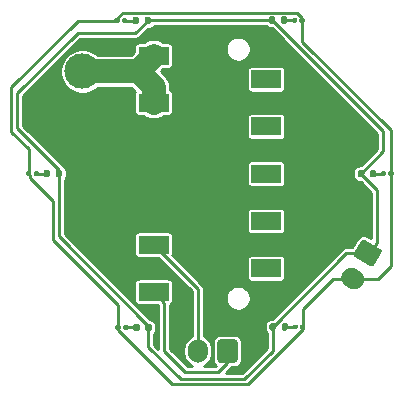
<source format=gtl>
G04 #@! TF.GenerationSoftware,KiCad,Pcbnew,(5.1.10)-1*
G04 #@! TF.CreationDate,2021-05-29T19:25:13+08:00*
G04 #@! TF.ProjectId,tiny2_V1.0,74696e79-325f-4563-912e-302e6b696361,rev?*
G04 #@! TF.SameCoordinates,Original*
G04 #@! TF.FileFunction,Copper,L1,Top*
G04 #@! TF.FilePolarity,Positive*
%FSLAX46Y46*%
G04 Gerber Fmt 4.6, Leading zero omitted, Abs format (unit mm)*
G04 Created by KiCad (PCBNEW (5.1.10)-1) date 2021-05-29 19:25:13*
%MOMM*%
%LPD*%
G01*
G04 APERTURE LIST*
G04 #@! TA.AperFunction,ComponentPad*
%ADD10C,3.000000*%
G04 #@! TD*
G04 #@! TA.AperFunction,ComponentPad*
%ADD11C,0.100000*%
G04 #@! TD*
G04 #@! TA.AperFunction,ComponentPad*
%ADD12O,1.700000X2.000000*%
G04 #@! TD*
G04 #@! TA.AperFunction,SMDPad,CuDef*
%ADD13R,2.500000X1.500000*%
G04 #@! TD*
G04 #@! TA.AperFunction,ViaPad*
%ADD14C,0.800000*%
G04 #@! TD*
G04 #@! TA.AperFunction,Conductor*
%ADD15C,2.032000*%
G04 #@! TD*
G04 #@! TA.AperFunction,Conductor*
%ADD16C,0.254000*%
G04 #@! TD*
G04 #@! TA.AperFunction,Conductor*
%ADD17C,0.100000*%
G04 #@! TD*
G04 APERTURE END LIST*
G04 #@! TA.AperFunction,ComponentPad*
G36*
G01*
X12407816Y-8072282D02*
X12667624Y-8222282D01*
G75*
G02*
X12978746Y-9383404I-425000J-736122D01*
G01*
X12978746Y-9383404D01*
G75*
G02*
X11817624Y-9694526I-736122J425000D01*
G01*
X11557816Y-9544526D01*
G75*
G02*
X11246694Y-8383404I425000J736122D01*
G01*
X11246694Y-8383404D01*
G75*
G02*
X12407816Y-8072282I736122J-425000D01*
G01*
G37*
G04 #@! TD.AperFunction*
G04 #@! TA.AperFunction,ComponentPad*
G36*
G01*
X13138201Y-5607219D02*
X14437239Y-6357219D01*
G75*
G02*
X14528745Y-6698725I-125000J-216506D01*
G01*
X13928745Y-7737955D01*
G75*
G02*
X13587239Y-7829461I-216506J125000D01*
G01*
X12288201Y-7079461D01*
G75*
G02*
X12196695Y-6737955I125000J216506D01*
G01*
X12796695Y-5698725D01*
G75*
G02*
X13138201Y-5607219I216506J-125000D01*
G01*
G37*
G04 #@! TD.AperFunction*
G04 #@! TA.AperFunction,SMDPad,CuDef*
G36*
G01*
X13069380Y187500D02*
X13069380Y-182500D01*
G75*
G02*
X12934380Y-317500I-135000J0D01*
G01*
X12664380Y-317500D01*
G75*
G02*
X12529380Y-182500I0J135000D01*
G01*
X12529380Y187500D01*
G75*
G02*
X12664380Y322500I135000J0D01*
G01*
X12934380Y322500D01*
G75*
G02*
X13069380Y187500I0J-135000D01*
G01*
G37*
G04 #@! TD.AperFunction*
G04 #@! TA.AperFunction,SMDPad,CuDef*
G36*
G01*
X14089380Y187500D02*
X14089380Y-182500D01*
G75*
G02*
X13954380Y-317500I-135000J0D01*
G01*
X13684380Y-317500D01*
G75*
G02*
X13549380Y-182500I0J135000D01*
G01*
X13549380Y187500D01*
G75*
G02*
X13684380Y322500I135000J0D01*
G01*
X13954380Y322500D01*
G75*
G02*
X14089380Y187500I0J-135000D01*
G01*
G37*
G04 #@! TD.AperFunction*
G04 #@! TA.AperFunction,SMDPad,CuDef*
G36*
G01*
X-5520940Y12784200D02*
X-5520940Y13154200D01*
G75*
G02*
X-5385940Y13289200I135000J0D01*
G01*
X-5115940Y13289200D01*
G75*
G02*
X-4980940Y13154200I0J-135000D01*
G01*
X-4980940Y12784200D01*
G75*
G02*
X-5115940Y12649200I-135000J0D01*
G01*
X-5385940Y12649200D01*
G75*
G02*
X-5520940Y12784200I0J135000D01*
G01*
G37*
G04 #@! TD.AperFunction*
G04 #@! TA.AperFunction,SMDPad,CuDef*
G36*
G01*
X-6540940Y12784200D02*
X-6540940Y13154200D01*
G75*
G02*
X-6405940Y13289200I135000J0D01*
G01*
X-6135940Y13289200D01*
G75*
G02*
X-6000940Y13154200I0J-135000D01*
G01*
X-6000940Y12784200D01*
G75*
G02*
X-6135940Y12649200I-135000J0D01*
G01*
X-6405940Y12649200D01*
G75*
G02*
X-6540940Y12784200I0J135000D01*
G01*
G37*
G04 #@! TD.AperFunction*
G04 #@! TA.AperFunction,SMDPad,CuDef*
G36*
G01*
X-5470140Y-13197460D02*
X-5470140Y-12827460D01*
G75*
G02*
X-5335140Y-12692460I135000J0D01*
G01*
X-5065140Y-12692460D01*
G75*
G02*
X-4930140Y-12827460I0J-135000D01*
G01*
X-4930140Y-13197460D01*
G75*
G02*
X-5065140Y-13332460I-135000J0D01*
G01*
X-5335140Y-13332460D01*
G75*
G02*
X-5470140Y-13197460I0J135000D01*
G01*
G37*
G04 #@! TD.AperFunction*
G04 #@! TA.AperFunction,SMDPad,CuDef*
G36*
G01*
X-6490140Y-13197460D02*
X-6490140Y-12827460D01*
G75*
G02*
X-6355140Y-12692460I135000J0D01*
G01*
X-6085140Y-12692460D01*
G75*
G02*
X-5950140Y-12827460I0J-135000D01*
G01*
X-5950140Y-13197460D01*
G75*
G02*
X-6085140Y-13332460I-135000J0D01*
G01*
X-6355140Y-13332460D01*
G75*
G02*
X-6490140Y-13197460I0J135000D01*
G01*
G37*
G04 #@! TD.AperFunction*
G04 #@! TA.AperFunction,SMDPad,CuDef*
G36*
G01*
X-13052040Y-169800D02*
X-13052040Y200200D01*
G75*
G02*
X-12917040Y335200I135000J0D01*
G01*
X-12647040Y335200D01*
G75*
G02*
X-12512040Y200200I0J-135000D01*
G01*
X-12512040Y-169800D01*
G75*
G02*
X-12647040Y-304800I-135000J0D01*
G01*
X-12917040Y-304800D01*
G75*
G02*
X-13052040Y-169800I0J135000D01*
G01*
G37*
G04 #@! TD.AperFunction*
G04 #@! TA.AperFunction,SMDPad,CuDef*
G36*
G01*
X-14072040Y-169800D02*
X-14072040Y200200D01*
G75*
G02*
X-13937040Y335200I135000J0D01*
G01*
X-13667040Y335200D01*
G75*
G02*
X-13532040Y200200I0J-135000D01*
G01*
X-13532040Y-169800D01*
G75*
G02*
X-13667040Y-304800I-135000J0D01*
G01*
X-13937040Y-304800D01*
G75*
G02*
X-14072040Y-169800I0J135000D01*
G01*
G37*
G04 #@! TD.AperFunction*
G04 #@! TA.AperFunction,SMDPad,CuDef*
G36*
G01*
X5591620Y-12776660D02*
X5591620Y-13146660D01*
G75*
G02*
X5456620Y-13281660I-135000J0D01*
G01*
X5186620Y-13281660D01*
G75*
G02*
X5051620Y-13146660I0J135000D01*
G01*
X5051620Y-12776660D01*
G75*
G02*
X5186620Y-12641660I135000J0D01*
G01*
X5456620Y-12641660D01*
G75*
G02*
X5591620Y-12776660I0J-135000D01*
G01*
G37*
G04 #@! TD.AperFunction*
G04 #@! TA.AperFunction,SMDPad,CuDef*
G36*
G01*
X6611620Y-12776660D02*
X6611620Y-13146660D01*
G75*
G02*
X6476620Y-13281660I-135000J0D01*
G01*
X6206620Y-13281660D01*
G75*
G02*
X6071620Y-13146660I0J135000D01*
G01*
X6071620Y-12776660D01*
G75*
G02*
X6206620Y-12641660I135000J0D01*
G01*
X6476620Y-12641660D01*
G75*
G02*
X6611620Y-12776660I0J-135000D01*
G01*
G37*
G04 #@! TD.AperFunction*
G04 #@! TA.AperFunction,SMDPad,CuDef*
G36*
G01*
X5528120Y13207540D02*
X5528120Y12837540D01*
G75*
G02*
X5393120Y12702540I-135000J0D01*
G01*
X5123120Y12702540D01*
G75*
G02*
X4988120Y12837540I0J135000D01*
G01*
X4988120Y13207540D01*
G75*
G02*
X5123120Y13342540I135000J0D01*
G01*
X5393120Y13342540D01*
G75*
G02*
X5528120Y13207540I0J-135000D01*
G01*
G37*
G04 #@! TD.AperFunction*
G04 #@! TA.AperFunction,SMDPad,CuDef*
G36*
G01*
X6548120Y13207540D02*
X6548120Y12837540D01*
G75*
G02*
X6413120Y12702540I-135000J0D01*
G01*
X6143120Y12702540D01*
G75*
G02*
X6008120Y12837540I0J135000D01*
G01*
X6008120Y13207540D01*
G75*
G02*
X6143120Y13342540I135000J0D01*
G01*
X6413120Y13342540D01*
G75*
G02*
X6548120Y13207540I0J-135000D01*
G01*
G37*
G04 #@! TD.AperFunction*
D10*
X-10788160Y8663659D03*
G04 #@! TA.AperFunction,ComponentPad*
D11*
G36*
X-12179122Y3254442D02*
G01*
X-14777198Y4754442D01*
X-13277198Y7352518D01*
X-10679122Y5852518D01*
X-12179122Y3254442D01*
G37*
G04 #@! TD.AperFunction*
D12*
X-1004160Y-15016520D03*
G04 #@! TA.AperFunction,ComponentPad*
G36*
G01*
X2345840Y-14266520D02*
X2345840Y-15766520D01*
G75*
G02*
X2095840Y-16016520I-250000J0D01*
G01*
X895840Y-16016520D01*
G75*
G02*
X645840Y-15766520I0J250000D01*
G01*
X645840Y-14266520D01*
G75*
G02*
X895840Y-14016520I250000J0D01*
G01*
X2095840Y-14016520D01*
G75*
G02*
X2345840Y-14266520I0J-250000D01*
G01*
G37*
G04 #@! TD.AperFunction*
D13*
X4765000Y-8000000D03*
X4765000Y-4000000D03*
X4775200Y8000000D03*
X4765000Y4000000D03*
X4765000Y0D03*
X-4765000Y-10000000D03*
X-4765000Y-6000000D03*
X-4765000Y-2000000D03*
X-4765000Y10000000D03*
X-4765000Y6000000D03*
X-4765000Y2000000D03*
G04 #@! TA.AperFunction,SMDPad,CuDef*
G36*
G01*
X14916100Y105040D02*
X14916100Y-94960D01*
G75*
G02*
X14816100Y-194960I-100000J0D01*
G01*
X14556100Y-194960D01*
G75*
G02*
X14456100Y-94960I0J100000D01*
G01*
X14456100Y105040D01*
G75*
G02*
X14556100Y205040I100000J0D01*
G01*
X14816100Y205040D01*
G75*
G02*
X14916100Y105040I0J-100000D01*
G01*
G37*
G04 #@! TD.AperFunction*
G04 #@! TA.AperFunction,SMDPad,CuDef*
G36*
G01*
X15556100Y105040D02*
X15556100Y-94960D01*
G75*
G02*
X15456100Y-194960I-100000J0D01*
G01*
X15196100Y-194960D01*
G75*
G02*
X15096100Y-94960I0J100000D01*
G01*
X15096100Y105040D01*
G75*
G02*
X15196100Y205040I100000J0D01*
G01*
X15456100Y205040D01*
G75*
G02*
X15556100Y105040I0J-100000D01*
G01*
G37*
G04 #@! TD.AperFunction*
G04 #@! TA.AperFunction,SMDPad,CuDef*
G36*
G01*
X-7443860Y12859040D02*
X-7443860Y13059040D01*
G75*
G02*
X-7343860Y13159040I100000J0D01*
G01*
X-7083860Y13159040D01*
G75*
G02*
X-6983860Y13059040I0J-100000D01*
G01*
X-6983860Y12859040D01*
G75*
G02*
X-7083860Y12759040I-100000J0D01*
G01*
X-7343860Y12759040D01*
G75*
G02*
X-7443860Y12859040I0J100000D01*
G01*
G37*
G04 #@! TD.AperFunction*
G04 #@! TA.AperFunction,SMDPad,CuDef*
G36*
G01*
X-8083860Y12859040D02*
X-8083860Y13059040D01*
G75*
G02*
X-7983860Y13159040I100000J0D01*
G01*
X-7723860Y13159040D01*
G75*
G02*
X-7623860Y13059040I0J-100000D01*
G01*
X-7623860Y12859040D01*
G75*
G02*
X-7723860Y12759040I-100000J0D01*
G01*
X-7983860Y12759040D01*
G75*
G02*
X-8083860Y12859040I0J100000D01*
G01*
G37*
G04 #@! TD.AperFunction*
G04 #@! TA.AperFunction,SMDPad,CuDef*
G36*
G01*
X-7349880Y-13115000D02*
X-7349880Y-12915000D01*
G75*
G02*
X-7249880Y-12815000I100000J0D01*
G01*
X-6989880Y-12815000D01*
G75*
G02*
X-6889880Y-12915000I0J-100000D01*
G01*
X-6889880Y-13115000D01*
G75*
G02*
X-6989880Y-13215000I-100000J0D01*
G01*
X-7249880Y-13215000D01*
G75*
G02*
X-7349880Y-13115000I0J100000D01*
G01*
G37*
G04 #@! TD.AperFunction*
G04 #@! TA.AperFunction,SMDPad,CuDef*
G36*
G01*
X-7989880Y-13115000D02*
X-7989880Y-12915000D01*
G75*
G02*
X-7889880Y-12815000I100000J0D01*
G01*
X-7629880Y-12815000D01*
G75*
G02*
X-7529880Y-12915000I0J-100000D01*
G01*
X-7529880Y-13115000D01*
G75*
G02*
X-7629880Y-13215000I-100000J0D01*
G01*
X-7889880Y-13215000D01*
G75*
G02*
X-7989880Y-13115000I0J100000D01*
G01*
G37*
G04 #@! TD.AperFunction*
G04 #@! TA.AperFunction,SMDPad,CuDef*
G36*
G01*
X-14919080Y-94960D02*
X-14919080Y105040D01*
G75*
G02*
X-14819080Y205040I100000J0D01*
G01*
X-14559080Y205040D01*
G75*
G02*
X-14459080Y105040I0J-100000D01*
G01*
X-14459080Y-94960D01*
G75*
G02*
X-14559080Y-194960I-100000J0D01*
G01*
X-14819080Y-194960D01*
G75*
G02*
X-14919080Y-94960I0J100000D01*
G01*
G37*
G04 #@! TD.AperFunction*
G04 #@! TA.AperFunction,SMDPad,CuDef*
G36*
G01*
X-15559080Y-94960D02*
X-15559080Y105040D01*
G75*
G02*
X-15459080Y205040I100000J0D01*
G01*
X-15199080Y205040D01*
G75*
G02*
X-15099080Y105040I0J-100000D01*
G01*
X-15099080Y-94960D01*
G75*
G02*
X-15199080Y-194960I-100000J0D01*
G01*
X-15459080Y-194960D01*
G75*
G02*
X-15559080Y-94960I0J100000D01*
G01*
G37*
G04 #@! TD.AperFunction*
G04 #@! TA.AperFunction,SMDPad,CuDef*
G36*
G01*
X7461200Y-12866740D02*
X7461200Y-13066740D01*
G75*
G02*
X7361200Y-13166740I-100000J0D01*
G01*
X7101200Y-13166740D01*
G75*
G02*
X7001200Y-13066740I0J100000D01*
G01*
X7001200Y-12866740D01*
G75*
G02*
X7101200Y-12766740I100000J0D01*
G01*
X7361200Y-12766740D01*
G75*
G02*
X7461200Y-12866740I0J-100000D01*
G01*
G37*
G04 #@! TD.AperFunction*
G04 #@! TA.AperFunction,SMDPad,CuDef*
G36*
G01*
X8101200Y-12866740D02*
X8101200Y-13066740D01*
G75*
G02*
X8001200Y-13166740I-100000J0D01*
G01*
X7741200Y-13166740D01*
G75*
G02*
X7641200Y-13066740I0J100000D01*
G01*
X7641200Y-12866740D01*
G75*
G02*
X7741200Y-12766740I100000J0D01*
G01*
X8001200Y-12766740D01*
G75*
G02*
X8101200Y-12866740I0J-100000D01*
G01*
G37*
G04 #@! TD.AperFunction*
G04 #@! TA.AperFunction,SMDPad,CuDef*
G36*
G01*
X7412940Y13089520D02*
X7412940Y12889520D01*
G75*
G02*
X7312940Y12789520I-100000J0D01*
G01*
X7052940Y12789520D01*
G75*
G02*
X6952940Y12889520I0J100000D01*
G01*
X6952940Y13089520D01*
G75*
G02*
X7052940Y13189520I100000J0D01*
G01*
X7312940Y13189520D01*
G75*
G02*
X7412940Y13089520I0J-100000D01*
G01*
G37*
G04 #@! TD.AperFunction*
G04 #@! TA.AperFunction,SMDPad,CuDef*
G36*
G01*
X8052940Y13089520D02*
X8052940Y12889520D01*
G75*
G02*
X7952940Y12789520I-100000J0D01*
G01*
X7692940Y12789520D01*
G75*
G02*
X7592940Y12889520I0J100000D01*
G01*
X7592940Y13089520D01*
G75*
G02*
X7692940Y13189520I100000J0D01*
G01*
X7952940Y13189520D01*
G75*
G02*
X8052940Y13089520I0J-100000D01*
G01*
G37*
G04 #@! TD.AperFunction*
D14*
X-9426160Y-1808520D03*
X-8664160Y-4602520D03*
X-28160Y1747480D03*
X-28160Y-2316520D03*
X9115840Y5811480D03*
X9115840Y2001480D03*
X9115840Y-2316520D03*
X9115840Y-6126520D03*
D15*
X-9424680Y2000000D02*
X-12728160Y5303480D01*
X-4765000Y2000000D02*
X-9424680Y2000000D01*
X-4765000Y-2000000D02*
X-4765000Y2000000D01*
X-6101341Y8663659D02*
X-4765000Y10000000D01*
X-10788160Y8663659D02*
X-6101341Y8663659D01*
X-4765000Y7327318D02*
X-6101341Y8663659D01*
X-4765000Y6000000D02*
X-4765000Y7327318D01*
D16*
X7149920Y13022540D02*
X7182940Y12989520D01*
X6278120Y13022540D02*
X7149920Y13022540D01*
X14232956Y-8883404D02*
X12112720Y-8883404D01*
X15326100Y-7790260D02*
X14232956Y-8883404D01*
X15326100Y5040D02*
X15326100Y-7790260D01*
X-7853860Y13159040D02*
X-7853860Y12959040D01*
X-7390950Y13621950D02*
X-7853860Y13159040D01*
X7390510Y13621950D02*
X-7390950Y13621950D01*
X7822940Y13189520D02*
X7390510Y13621950D01*
X7822940Y12989520D02*
X7822940Y13189520D01*
X-15329080Y2062400D02*
X-15329080Y5040D01*
X-16792160Y3525480D02*
X-15329080Y2062400D01*
X-16792160Y7335480D02*
X-16792160Y3525480D01*
X-11168600Y12959040D02*
X-16792160Y7335480D01*
X-7853860Y12959040D02*
X-11168600Y12959040D01*
X-7759880Y-11094800D02*
X-7759880Y-13015000D01*
X-13236160Y-5618520D02*
X-7759880Y-11094800D01*
X-13236160Y-2316520D02*
X-13236160Y-5618520D01*
X-15198490Y-125550D02*
X-15198490Y-354190D01*
X-15198490Y-354190D02*
X-13236160Y-2316520D01*
X-15329080Y5040D02*
X-15198490Y-125550D01*
X7871200Y-11435160D02*
X7871200Y-12966740D01*
X10422956Y-8883404D02*
X7871200Y-11435160D01*
X12112720Y-8883404D02*
X10422956Y-8883404D01*
X7822940Y11168380D02*
X15326100Y3665220D01*
X15326100Y3665220D02*
X15326100Y5040D01*
X7822940Y12989520D02*
X7822940Y11168380D01*
X-3164360Y-17810520D02*
X-7759880Y-13215000D01*
X3227420Y-17810520D02*
X-3164360Y-17810520D01*
X7871200Y-13166740D02*
X3227420Y-17810520D01*
X7871200Y-12966740D02*
X7871200Y-13166740D01*
X-7759880Y-13215000D02*
X-7759880Y-13015000D01*
X-3838160Y-10926840D02*
X-4765000Y-10000000D01*
X-3838160Y-15016520D02*
X-3838160Y-10926840D01*
X-2060160Y-16794520D02*
X-3838160Y-15016520D01*
X733840Y-16794520D02*
X-2060160Y-16794520D01*
X1495840Y-16032520D02*
X733840Y-16794520D01*
X1495840Y-15016520D02*
X1495840Y-16032520D01*
X-1004160Y-9760840D02*
X-4765000Y-6000000D01*
X-1004160Y-15016520D02*
X-1004160Y-9760840D01*
X7226120Y-12961660D02*
X7231200Y-12966740D01*
X6341620Y-12961660D02*
X7226120Y-12961660D01*
X-14678920Y15200D02*
X-14689080Y5040D01*
X-13802040Y15200D02*
X-14678920Y15200D01*
X-6222680Y-13015000D02*
X-6220140Y-13012460D01*
X-7119880Y-13015000D02*
X-6222680Y-13015000D01*
X-7203700Y12969200D02*
X-7213860Y12959040D01*
X-6270940Y12969200D02*
X-7203700Y12969200D01*
X13821920Y5040D02*
X13819380Y2500D01*
X14686100Y5040D02*
X13821920Y5040D01*
X11564940Y-6718340D02*
X5321620Y-12961660D01*
X13362720Y-6718340D02*
X11564940Y-6718340D01*
X-5197600Y13022540D02*
X-5250940Y12969200D01*
X5258120Y13022540D02*
X-5197600Y13022540D01*
X-12782040Y343313D02*
X-12782040Y15200D01*
X-16284160Y3845433D02*
X-12782040Y343313D01*
X-16284160Y6827480D02*
X-16284160Y3845433D01*
X-11185901Y11925739D02*
X-16284160Y6827480D01*
X-6294401Y11925739D02*
X-11185901Y11925739D01*
X-5250940Y12969200D02*
X-6294401Y11925739D01*
X-12782040Y-5310640D02*
X-5200140Y-12892540D01*
X-5200140Y-12892540D02*
X-5200140Y-13012460D01*
X-12782040Y15200D02*
X-12782040Y-5310640D01*
X14703840Y3576820D02*
X5258120Y13022540D01*
X14703840Y1906960D02*
X14703840Y3576820D01*
X12799380Y2500D02*
X14703840Y1906960D01*
X14195840Y-5885220D02*
X13362720Y-6718340D01*
X14195840Y-1393960D02*
X14195840Y-5885220D01*
X12799380Y2500D02*
X14195840Y-1393960D01*
X-2466571Y-17404109D02*
X-5200140Y-14670540D01*
X5321620Y-12961660D02*
X5321620Y-15000740D01*
X-5200140Y-14670540D02*
X-5200140Y-13012460D01*
X5321620Y-15000740D02*
X2918251Y-17404109D01*
X2918251Y-17404109D02*
X-2466571Y-17404109D01*
X4756950Y12471370D02*
X4835422Y12406969D01*
X4924950Y12359115D01*
X5022094Y12329647D01*
X5123120Y12319697D01*
X5242543Y12319697D01*
X14195841Y3366398D01*
X14195840Y2117381D01*
X12783803Y705343D01*
X12664380Y705343D01*
X12563354Y695393D01*
X12466210Y665925D01*
X12376682Y618071D01*
X12298210Y553670D01*
X12233809Y475198D01*
X12185955Y385670D01*
X12156487Y288526D01*
X12146537Y187500D01*
X12146537Y-182500D01*
X12156487Y-283526D01*
X12185955Y-380670D01*
X12233809Y-470198D01*
X12298210Y-548670D01*
X12376682Y-613071D01*
X12466210Y-660925D01*
X12563354Y-690393D01*
X12664380Y-700343D01*
X12783803Y-700343D01*
X13687840Y-1604380D01*
X13687841Y-5482484D01*
X13329623Y-5275667D01*
X13216622Y-5224467D01*
X13095804Y-5196296D01*
X12971811Y-5192237D01*
X12849409Y-5212446D01*
X12733302Y-5256145D01*
X12627951Y-5321657D01*
X12537405Y-5406463D01*
X12465143Y-5507303D01*
X12059244Y-6210340D01*
X11589884Y-6210340D01*
X11564940Y-6207883D01*
X11539996Y-6210340D01*
X11539993Y-6210340D01*
X11465355Y-6217691D01*
X11369597Y-6246739D01*
X11281345Y-6293911D01*
X11203992Y-6357392D01*
X11188085Y-6376775D01*
X5306043Y-12258817D01*
X5186620Y-12258817D01*
X5085594Y-12268767D01*
X4988450Y-12298235D01*
X4898922Y-12346089D01*
X4820450Y-12410490D01*
X4756049Y-12488962D01*
X4708195Y-12578490D01*
X4678727Y-12675634D01*
X4668777Y-12776660D01*
X4668777Y-13146660D01*
X4678727Y-13247686D01*
X4708195Y-13344830D01*
X4756049Y-13434358D01*
X4813620Y-13504508D01*
X4813621Y-14790318D01*
X2707831Y-16896109D01*
X1350671Y-16896109D01*
X1837405Y-16409375D01*
X1849605Y-16399363D01*
X2095840Y-16399363D01*
X2219302Y-16387203D01*
X2338019Y-16351191D01*
X2447429Y-16292710D01*
X2543328Y-16214008D01*
X2622030Y-16118109D01*
X2680511Y-16008699D01*
X2716523Y-15889982D01*
X2728683Y-15766520D01*
X2728683Y-14266520D01*
X2716523Y-14143058D01*
X2680511Y-14024341D01*
X2622030Y-13914931D01*
X2543328Y-13819032D01*
X2447429Y-13740330D01*
X2338019Y-13681849D01*
X2219302Y-13645837D01*
X2095840Y-13633677D01*
X895840Y-13633677D01*
X772378Y-13645837D01*
X653661Y-13681849D01*
X544251Y-13740330D01*
X448352Y-13819032D01*
X369650Y-13914931D01*
X311169Y-14024341D01*
X275157Y-14143058D01*
X262997Y-14266520D01*
X262997Y-15766520D01*
X275157Y-15889982D01*
X311169Y-16008699D01*
X369650Y-16118109D01*
X448352Y-16214008D01*
X529410Y-16280530D01*
X523420Y-16286520D01*
X-488146Y-16286520D01*
X-316945Y-16195011D01*
X-129500Y-16041180D01*
X24331Y-15853736D01*
X138638Y-15639883D01*
X209028Y-15407838D01*
X226840Y-15226992D01*
X226840Y-14806049D01*
X209028Y-14625203D01*
X138638Y-14393158D01*
X24331Y-14179305D01*
X-129500Y-13991860D01*
X-316944Y-13838029D01*
X-496160Y-13742236D01*
X-496160Y-10445008D01*
X1344000Y-10445008D01*
X1344000Y-10654992D01*
X1384966Y-10860941D01*
X1465323Y-11054940D01*
X1581984Y-11229535D01*
X1730465Y-11378016D01*
X1905060Y-11494677D01*
X2099059Y-11575034D01*
X2305008Y-11616000D01*
X2514992Y-11616000D01*
X2720941Y-11575034D01*
X2914940Y-11494677D01*
X3089535Y-11378016D01*
X3238016Y-11229535D01*
X3354677Y-11054940D01*
X3435034Y-10860941D01*
X3476000Y-10654992D01*
X3476000Y-10445008D01*
X3435034Y-10239059D01*
X3354677Y-10045060D01*
X3238016Y-9870465D01*
X3089535Y-9721984D01*
X2914940Y-9605323D01*
X2720941Y-9524966D01*
X2514992Y-9484000D01*
X2305008Y-9484000D01*
X2099059Y-9524966D01*
X1905060Y-9605323D01*
X1730465Y-9721984D01*
X1581984Y-9870465D01*
X1465323Y-10045060D01*
X1384966Y-10239059D01*
X1344000Y-10445008D01*
X-496160Y-10445008D01*
X-496160Y-9785784D01*
X-493703Y-9760840D01*
X-497530Y-9721984D01*
X-503511Y-9661255D01*
X-532559Y-9565497D01*
X-567914Y-9499352D01*
X-579731Y-9477244D01*
X-627310Y-9419269D01*
X-643212Y-9399892D01*
X-662589Y-9383990D01*
X-2796579Y-7250000D01*
X3132157Y-7250000D01*
X3132157Y-8750000D01*
X3139513Y-8824689D01*
X3161299Y-8896508D01*
X3196678Y-8962696D01*
X3244289Y-9020711D01*
X3302304Y-9068322D01*
X3368492Y-9103701D01*
X3440311Y-9125487D01*
X3515000Y-9132843D01*
X6015000Y-9132843D01*
X6089689Y-9125487D01*
X6161508Y-9103701D01*
X6227696Y-9068322D01*
X6285711Y-9020711D01*
X6333322Y-8962696D01*
X6368701Y-8896508D01*
X6390487Y-8824689D01*
X6397843Y-8750000D01*
X6397843Y-7250000D01*
X6390487Y-7175311D01*
X6368701Y-7103492D01*
X6333322Y-7037304D01*
X6285711Y-6979289D01*
X6227696Y-6931678D01*
X6161508Y-6896299D01*
X6089689Y-6874513D01*
X6015000Y-6867157D01*
X3515000Y-6867157D01*
X3440311Y-6874513D01*
X3368492Y-6896299D01*
X3302304Y-6931678D01*
X3244289Y-6979289D01*
X3196678Y-7037304D01*
X3161299Y-7103492D01*
X3139513Y-7175311D01*
X3132157Y-7250000D01*
X-2796579Y-7250000D01*
X-3158686Y-6887894D01*
X-3139513Y-6824689D01*
X-3132157Y-6750000D01*
X-3132157Y-5250000D01*
X-3139513Y-5175311D01*
X-3161299Y-5103492D01*
X-3196678Y-5037304D01*
X-3244289Y-4979289D01*
X-3302304Y-4931678D01*
X-3368492Y-4896299D01*
X-3440311Y-4874513D01*
X-3515000Y-4867157D01*
X-6015000Y-4867157D01*
X-6089689Y-4874513D01*
X-6161508Y-4896299D01*
X-6227696Y-4931678D01*
X-6285711Y-4979289D01*
X-6333322Y-5037304D01*
X-6368701Y-5103492D01*
X-6390487Y-5175311D01*
X-6397843Y-5250000D01*
X-6397843Y-6750000D01*
X-6390487Y-6824689D01*
X-6368701Y-6896508D01*
X-6333322Y-6962696D01*
X-6285711Y-7020711D01*
X-6227696Y-7068322D01*
X-6161508Y-7103701D01*
X-6089689Y-7125487D01*
X-6015000Y-7132843D01*
X-4350577Y-7132843D01*
X-1512159Y-9971262D01*
X-1512160Y-13742236D01*
X-1691375Y-13838029D01*
X-1878819Y-13991860D01*
X-2032650Y-14179304D01*
X-2146958Y-14393157D01*
X-2217348Y-14625202D01*
X-2235160Y-14806048D01*
X-2235160Y-15226991D01*
X-2217348Y-15407837D01*
X-2146958Y-15639882D01*
X-2032651Y-15853735D01*
X-1878820Y-16041180D01*
X-1691376Y-16195011D01*
X-1520175Y-16286520D01*
X-1849740Y-16286520D01*
X-3330160Y-14806100D01*
X-3330160Y-11083212D01*
X-3302304Y-11068322D01*
X-3244289Y-11020711D01*
X-3196678Y-10962696D01*
X-3161299Y-10896508D01*
X-3139513Y-10824689D01*
X-3132157Y-10750000D01*
X-3132157Y-9250000D01*
X-3139513Y-9175311D01*
X-3161299Y-9103492D01*
X-3196678Y-9037304D01*
X-3244289Y-8979289D01*
X-3302304Y-8931678D01*
X-3368492Y-8896299D01*
X-3440311Y-8874513D01*
X-3515000Y-8867157D01*
X-6015000Y-8867157D01*
X-6089689Y-8874513D01*
X-6161508Y-8896299D01*
X-6227696Y-8931678D01*
X-6285711Y-8979289D01*
X-6333322Y-9037304D01*
X-6368701Y-9103492D01*
X-6390487Y-9175311D01*
X-6397843Y-9250000D01*
X-6397843Y-10750000D01*
X-6390487Y-10824689D01*
X-6368701Y-10896508D01*
X-6333322Y-10962696D01*
X-6285711Y-11020711D01*
X-6227696Y-11068322D01*
X-6161508Y-11103701D01*
X-6089689Y-11125487D01*
X-6015000Y-11132843D01*
X-4350577Y-11132843D01*
X-4346159Y-11137261D01*
X-4346160Y-14806100D01*
X-4692140Y-14460120D01*
X-4692140Y-13555308D01*
X-4634569Y-13485158D01*
X-4586715Y-13395630D01*
X-4557247Y-13298486D01*
X-4547297Y-13197460D01*
X-4547297Y-12827460D01*
X-4557247Y-12726434D01*
X-4586715Y-12629290D01*
X-4634569Y-12539762D01*
X-4698970Y-12461290D01*
X-4777442Y-12396889D01*
X-4866970Y-12349035D01*
X-4964114Y-12319567D01*
X-5064589Y-12309671D01*
X-12274040Y-5100220D01*
X-12274040Y-3250000D01*
X3132157Y-3250000D01*
X3132157Y-4750000D01*
X3139513Y-4824689D01*
X3161299Y-4896508D01*
X3196678Y-4962696D01*
X3244289Y-5020711D01*
X3302304Y-5068322D01*
X3368492Y-5103701D01*
X3440311Y-5125487D01*
X3515000Y-5132843D01*
X6015000Y-5132843D01*
X6089689Y-5125487D01*
X6161508Y-5103701D01*
X6227696Y-5068322D01*
X6285711Y-5020711D01*
X6333322Y-4962696D01*
X6368701Y-4896508D01*
X6390487Y-4824689D01*
X6397843Y-4750000D01*
X6397843Y-3250000D01*
X6390487Y-3175311D01*
X6368701Y-3103492D01*
X6333322Y-3037304D01*
X6285711Y-2979289D01*
X6227696Y-2931678D01*
X6161508Y-2896299D01*
X6089689Y-2874513D01*
X6015000Y-2867157D01*
X3515000Y-2867157D01*
X3440311Y-2874513D01*
X3368492Y-2896299D01*
X3302304Y-2931678D01*
X3244289Y-2979289D01*
X3196678Y-3037304D01*
X3161299Y-3103492D01*
X3139513Y-3175311D01*
X3132157Y-3250000D01*
X-12274040Y-3250000D01*
X-12274040Y-527648D01*
X-12216469Y-457498D01*
X-12168615Y-367970D01*
X-12139147Y-270826D01*
X-12129197Y-169800D01*
X-12129197Y200200D01*
X-12139147Y301226D01*
X-12168615Y398370D01*
X-12216469Y487898D01*
X-12280870Y566370D01*
X-12359342Y630771D01*
X-12361906Y632141D01*
X-12421092Y704261D01*
X-12440475Y720168D01*
X-12470307Y750000D01*
X3132157Y750000D01*
X3132157Y-750000D01*
X3139513Y-824689D01*
X3161299Y-896508D01*
X3196678Y-962696D01*
X3244289Y-1020711D01*
X3302304Y-1068322D01*
X3368492Y-1103701D01*
X3440311Y-1125487D01*
X3515000Y-1132843D01*
X6015000Y-1132843D01*
X6089689Y-1125487D01*
X6161508Y-1103701D01*
X6227696Y-1068322D01*
X6285711Y-1020711D01*
X6333322Y-962696D01*
X6368701Y-896508D01*
X6390487Y-824689D01*
X6397843Y-750000D01*
X6397843Y750000D01*
X6390487Y824689D01*
X6368701Y896508D01*
X6333322Y962696D01*
X6285711Y1020711D01*
X6227696Y1068322D01*
X6161508Y1103701D01*
X6089689Y1125487D01*
X6015000Y1132843D01*
X3515000Y1132843D01*
X3440311Y1125487D01*
X3368492Y1103701D01*
X3302304Y1068322D01*
X3244289Y1020711D01*
X3196678Y962696D01*
X3161299Y896508D01*
X3139513Y824689D01*
X3132157Y750000D01*
X-12470307Y750000D01*
X-15776160Y4055853D01*
X-15776160Y6617060D01*
X-13544299Y8848921D01*
X-12669160Y8848921D01*
X-12669160Y8478397D01*
X-12596874Y8114992D01*
X-12455080Y7772672D01*
X-12249228Y7464592D01*
X-11987227Y7202591D01*
X-11679147Y6996739D01*
X-11336827Y6854945D01*
X-10973422Y6782659D01*
X-10602898Y6782659D01*
X-10239493Y6854945D01*
X-9897173Y6996739D01*
X-9589093Y7202591D01*
X-9525025Y7266659D01*
X-6679996Y7266659D01*
X-6348200Y6934862D01*
X-6368701Y6896508D01*
X-6390487Y6824689D01*
X-6397843Y6750000D01*
X-6397843Y5250000D01*
X-6390487Y5175311D01*
X-6368701Y5103492D01*
X-6333322Y5037304D01*
X-6285711Y4979289D01*
X-6227696Y4931678D01*
X-6161508Y4896299D01*
X-6089689Y4874513D01*
X-6015000Y4867157D01*
X-5586730Y4867157D01*
X-5544887Y4832817D01*
X-5302195Y4703096D01*
X-5038860Y4623214D01*
X-4765000Y4596241D01*
X-4491141Y4623214D01*
X-4227806Y4703096D01*
X-4140055Y4750000D01*
X3132157Y4750000D01*
X3132157Y3250000D01*
X3139513Y3175311D01*
X3161299Y3103492D01*
X3196678Y3037304D01*
X3244289Y2979289D01*
X3302304Y2931678D01*
X3368492Y2896299D01*
X3440311Y2874513D01*
X3515000Y2867157D01*
X6015000Y2867157D01*
X6089689Y2874513D01*
X6161508Y2896299D01*
X6227696Y2931678D01*
X6285711Y2979289D01*
X6333322Y3037304D01*
X6368701Y3103492D01*
X6390487Y3175311D01*
X6397843Y3250000D01*
X6397843Y4750000D01*
X6390487Y4824689D01*
X6368701Y4896508D01*
X6333322Y4962696D01*
X6285711Y5020711D01*
X6227696Y5068322D01*
X6161508Y5103701D01*
X6089689Y5125487D01*
X6015000Y5132843D01*
X3515000Y5132843D01*
X3440311Y5125487D01*
X3368492Y5103701D01*
X3302304Y5068322D01*
X3244289Y5020711D01*
X3196678Y4962696D01*
X3161299Y4896508D01*
X3139513Y4824689D01*
X3132157Y4750000D01*
X-4140055Y4750000D01*
X-3985114Y4832817D01*
X-3943270Y4867157D01*
X-3515000Y4867157D01*
X-3440311Y4874513D01*
X-3368492Y4896299D01*
X-3302304Y4931678D01*
X-3244289Y4979289D01*
X-3196678Y5037304D01*
X-3161299Y5103492D01*
X-3139513Y5175311D01*
X-3132157Y5250000D01*
X-3132157Y6750000D01*
X-3139513Y6824689D01*
X-3161299Y6896508D01*
X-3196678Y6962696D01*
X-3244289Y7020711D01*
X-3302304Y7068322D01*
X-3368000Y7103438D01*
X-3368000Y7258686D01*
X-3361240Y7327318D01*
X-3388214Y7601178D01*
X-3468096Y7864514D01*
X-3597817Y8107205D01*
X-3604208Y8114992D01*
X-3772392Y8319926D01*
X-3825704Y8363678D01*
X-4125685Y8663659D01*
X-4039344Y8750000D01*
X3142357Y8750000D01*
X3142357Y7250000D01*
X3149713Y7175311D01*
X3171499Y7103492D01*
X3206878Y7037304D01*
X3254489Y6979289D01*
X3312504Y6931678D01*
X3378692Y6896299D01*
X3450511Y6874513D01*
X3525200Y6867157D01*
X6025200Y6867157D01*
X6099889Y6874513D01*
X6171708Y6896299D01*
X6237896Y6931678D01*
X6295911Y6979289D01*
X6343522Y7037304D01*
X6378901Y7103492D01*
X6400687Y7175311D01*
X6408043Y7250000D01*
X6408043Y8750000D01*
X6400687Y8824689D01*
X6378901Y8896508D01*
X6343522Y8962696D01*
X6295911Y9020711D01*
X6237896Y9068322D01*
X6171708Y9103701D01*
X6099889Y9125487D01*
X6025200Y9132843D01*
X3525200Y9132843D01*
X3450511Y9125487D01*
X3378692Y9103701D01*
X3312504Y9068322D01*
X3254489Y9020711D01*
X3206878Y8962696D01*
X3171499Y8896508D01*
X3149713Y8824689D01*
X3142357Y8750000D01*
X-4039344Y8750000D01*
X-3922187Y8867157D01*
X-3515000Y8867157D01*
X-3440311Y8874513D01*
X-3368492Y8896299D01*
X-3302304Y8931678D01*
X-3244289Y8979289D01*
X-3196678Y9037304D01*
X-3161299Y9103492D01*
X-3139513Y9175311D01*
X-3132157Y9250000D01*
X-3132157Y10654992D01*
X1344000Y10654992D01*
X1344000Y10445008D01*
X1384966Y10239059D01*
X1465323Y10045060D01*
X1581984Y9870465D01*
X1730465Y9721984D01*
X1905060Y9605323D01*
X2099059Y9524966D01*
X2305008Y9484000D01*
X2514992Y9484000D01*
X2720941Y9524966D01*
X2914940Y9605323D01*
X3089535Y9721984D01*
X3238016Y9870465D01*
X3354677Y10045060D01*
X3435034Y10239059D01*
X3476000Y10445008D01*
X3476000Y10654992D01*
X3435034Y10860941D01*
X3354677Y11054940D01*
X3238016Y11229535D01*
X3089535Y11378016D01*
X2914940Y11494677D01*
X2720941Y11575034D01*
X2514992Y11616000D01*
X2305008Y11616000D01*
X2099059Y11575034D01*
X1905060Y11494677D01*
X1730465Y11378016D01*
X1581984Y11229535D01*
X1465323Y11054940D01*
X1384966Y10860941D01*
X1344000Y10654992D01*
X-3132157Y10654992D01*
X-3132157Y10750000D01*
X-3139513Y10824689D01*
X-3161299Y10896508D01*
X-3196678Y10962696D01*
X-3244289Y11020711D01*
X-3302304Y11068322D01*
X-3368492Y11103701D01*
X-3440311Y11125487D01*
X-3515000Y11132843D01*
X-3943271Y11132843D01*
X-3985114Y11167183D01*
X-4227805Y11296904D01*
X-4491141Y11376786D01*
X-4765000Y11403760D01*
X-5038860Y11376786D01*
X-5302196Y11296904D01*
X-5544887Y11167183D01*
X-5586730Y11132843D01*
X-6015000Y11132843D01*
X-6089689Y11125487D01*
X-6161508Y11103701D01*
X-6227696Y11068322D01*
X-6285711Y11020711D01*
X-6333322Y10962696D01*
X-6368701Y10896508D01*
X-6390487Y10824689D01*
X-6397843Y10750000D01*
X-6397843Y10342813D01*
X-6679996Y10060659D01*
X-9525025Y10060659D01*
X-9589093Y10124727D01*
X-9897173Y10330579D01*
X-10239493Y10472373D01*
X-10602898Y10544659D01*
X-10973422Y10544659D01*
X-11336827Y10472373D01*
X-11679147Y10330579D01*
X-11987227Y10124727D01*
X-12249228Y9862726D01*
X-12455080Y9554646D01*
X-12596874Y9212326D01*
X-12669160Y8848921D01*
X-13544299Y8848921D01*
X-10975480Y11417739D01*
X-6319345Y11417739D01*
X-6294401Y11415282D01*
X-6269457Y11417739D01*
X-6269454Y11417739D01*
X-6194816Y11425090D01*
X-6099058Y11454138D01*
X-6010806Y11501310D01*
X-5933453Y11564791D01*
X-5917546Y11584174D01*
X-5235363Y12266357D01*
X-5115940Y12266357D01*
X-5014914Y12276307D01*
X-4917770Y12305775D01*
X-4828242Y12353629D01*
X-4749770Y12418030D01*
X-4685369Y12496502D01*
X-4675727Y12514540D01*
X4721521Y12514540D01*
X4756950Y12471370D01*
G04 #@! TA.AperFunction,Conductor*
D17*
G36*
X4756950Y12471370D02*
G01*
X4835422Y12406969D01*
X4924950Y12359115D01*
X5022094Y12329647D01*
X5123120Y12319697D01*
X5242543Y12319697D01*
X14195841Y3366398D01*
X14195840Y2117381D01*
X12783803Y705343D01*
X12664380Y705343D01*
X12563354Y695393D01*
X12466210Y665925D01*
X12376682Y618071D01*
X12298210Y553670D01*
X12233809Y475198D01*
X12185955Y385670D01*
X12156487Y288526D01*
X12146537Y187500D01*
X12146537Y-182500D01*
X12156487Y-283526D01*
X12185955Y-380670D01*
X12233809Y-470198D01*
X12298210Y-548670D01*
X12376682Y-613071D01*
X12466210Y-660925D01*
X12563354Y-690393D01*
X12664380Y-700343D01*
X12783803Y-700343D01*
X13687840Y-1604380D01*
X13687841Y-5482484D01*
X13329623Y-5275667D01*
X13216622Y-5224467D01*
X13095804Y-5196296D01*
X12971811Y-5192237D01*
X12849409Y-5212446D01*
X12733302Y-5256145D01*
X12627951Y-5321657D01*
X12537405Y-5406463D01*
X12465143Y-5507303D01*
X12059244Y-6210340D01*
X11589884Y-6210340D01*
X11564940Y-6207883D01*
X11539996Y-6210340D01*
X11539993Y-6210340D01*
X11465355Y-6217691D01*
X11369597Y-6246739D01*
X11281345Y-6293911D01*
X11203992Y-6357392D01*
X11188085Y-6376775D01*
X5306043Y-12258817D01*
X5186620Y-12258817D01*
X5085594Y-12268767D01*
X4988450Y-12298235D01*
X4898922Y-12346089D01*
X4820450Y-12410490D01*
X4756049Y-12488962D01*
X4708195Y-12578490D01*
X4678727Y-12675634D01*
X4668777Y-12776660D01*
X4668777Y-13146660D01*
X4678727Y-13247686D01*
X4708195Y-13344830D01*
X4756049Y-13434358D01*
X4813620Y-13504508D01*
X4813621Y-14790318D01*
X2707831Y-16896109D01*
X1350671Y-16896109D01*
X1837405Y-16409375D01*
X1849605Y-16399363D01*
X2095840Y-16399363D01*
X2219302Y-16387203D01*
X2338019Y-16351191D01*
X2447429Y-16292710D01*
X2543328Y-16214008D01*
X2622030Y-16118109D01*
X2680511Y-16008699D01*
X2716523Y-15889982D01*
X2728683Y-15766520D01*
X2728683Y-14266520D01*
X2716523Y-14143058D01*
X2680511Y-14024341D01*
X2622030Y-13914931D01*
X2543328Y-13819032D01*
X2447429Y-13740330D01*
X2338019Y-13681849D01*
X2219302Y-13645837D01*
X2095840Y-13633677D01*
X895840Y-13633677D01*
X772378Y-13645837D01*
X653661Y-13681849D01*
X544251Y-13740330D01*
X448352Y-13819032D01*
X369650Y-13914931D01*
X311169Y-14024341D01*
X275157Y-14143058D01*
X262997Y-14266520D01*
X262997Y-15766520D01*
X275157Y-15889982D01*
X311169Y-16008699D01*
X369650Y-16118109D01*
X448352Y-16214008D01*
X529410Y-16280530D01*
X523420Y-16286520D01*
X-488146Y-16286520D01*
X-316945Y-16195011D01*
X-129500Y-16041180D01*
X24331Y-15853736D01*
X138638Y-15639883D01*
X209028Y-15407838D01*
X226840Y-15226992D01*
X226840Y-14806049D01*
X209028Y-14625203D01*
X138638Y-14393158D01*
X24331Y-14179305D01*
X-129500Y-13991860D01*
X-316944Y-13838029D01*
X-496160Y-13742236D01*
X-496160Y-10445008D01*
X1344000Y-10445008D01*
X1344000Y-10654992D01*
X1384966Y-10860941D01*
X1465323Y-11054940D01*
X1581984Y-11229535D01*
X1730465Y-11378016D01*
X1905060Y-11494677D01*
X2099059Y-11575034D01*
X2305008Y-11616000D01*
X2514992Y-11616000D01*
X2720941Y-11575034D01*
X2914940Y-11494677D01*
X3089535Y-11378016D01*
X3238016Y-11229535D01*
X3354677Y-11054940D01*
X3435034Y-10860941D01*
X3476000Y-10654992D01*
X3476000Y-10445008D01*
X3435034Y-10239059D01*
X3354677Y-10045060D01*
X3238016Y-9870465D01*
X3089535Y-9721984D01*
X2914940Y-9605323D01*
X2720941Y-9524966D01*
X2514992Y-9484000D01*
X2305008Y-9484000D01*
X2099059Y-9524966D01*
X1905060Y-9605323D01*
X1730465Y-9721984D01*
X1581984Y-9870465D01*
X1465323Y-10045060D01*
X1384966Y-10239059D01*
X1344000Y-10445008D01*
X-496160Y-10445008D01*
X-496160Y-9785784D01*
X-493703Y-9760840D01*
X-497530Y-9721984D01*
X-503511Y-9661255D01*
X-532559Y-9565497D01*
X-567914Y-9499352D01*
X-579731Y-9477244D01*
X-627310Y-9419269D01*
X-643212Y-9399892D01*
X-662589Y-9383990D01*
X-2796579Y-7250000D01*
X3132157Y-7250000D01*
X3132157Y-8750000D01*
X3139513Y-8824689D01*
X3161299Y-8896508D01*
X3196678Y-8962696D01*
X3244289Y-9020711D01*
X3302304Y-9068322D01*
X3368492Y-9103701D01*
X3440311Y-9125487D01*
X3515000Y-9132843D01*
X6015000Y-9132843D01*
X6089689Y-9125487D01*
X6161508Y-9103701D01*
X6227696Y-9068322D01*
X6285711Y-9020711D01*
X6333322Y-8962696D01*
X6368701Y-8896508D01*
X6390487Y-8824689D01*
X6397843Y-8750000D01*
X6397843Y-7250000D01*
X6390487Y-7175311D01*
X6368701Y-7103492D01*
X6333322Y-7037304D01*
X6285711Y-6979289D01*
X6227696Y-6931678D01*
X6161508Y-6896299D01*
X6089689Y-6874513D01*
X6015000Y-6867157D01*
X3515000Y-6867157D01*
X3440311Y-6874513D01*
X3368492Y-6896299D01*
X3302304Y-6931678D01*
X3244289Y-6979289D01*
X3196678Y-7037304D01*
X3161299Y-7103492D01*
X3139513Y-7175311D01*
X3132157Y-7250000D01*
X-2796579Y-7250000D01*
X-3158686Y-6887894D01*
X-3139513Y-6824689D01*
X-3132157Y-6750000D01*
X-3132157Y-5250000D01*
X-3139513Y-5175311D01*
X-3161299Y-5103492D01*
X-3196678Y-5037304D01*
X-3244289Y-4979289D01*
X-3302304Y-4931678D01*
X-3368492Y-4896299D01*
X-3440311Y-4874513D01*
X-3515000Y-4867157D01*
X-6015000Y-4867157D01*
X-6089689Y-4874513D01*
X-6161508Y-4896299D01*
X-6227696Y-4931678D01*
X-6285711Y-4979289D01*
X-6333322Y-5037304D01*
X-6368701Y-5103492D01*
X-6390487Y-5175311D01*
X-6397843Y-5250000D01*
X-6397843Y-6750000D01*
X-6390487Y-6824689D01*
X-6368701Y-6896508D01*
X-6333322Y-6962696D01*
X-6285711Y-7020711D01*
X-6227696Y-7068322D01*
X-6161508Y-7103701D01*
X-6089689Y-7125487D01*
X-6015000Y-7132843D01*
X-4350577Y-7132843D01*
X-1512159Y-9971262D01*
X-1512160Y-13742236D01*
X-1691375Y-13838029D01*
X-1878819Y-13991860D01*
X-2032650Y-14179304D01*
X-2146958Y-14393157D01*
X-2217348Y-14625202D01*
X-2235160Y-14806048D01*
X-2235160Y-15226991D01*
X-2217348Y-15407837D01*
X-2146958Y-15639882D01*
X-2032651Y-15853735D01*
X-1878820Y-16041180D01*
X-1691376Y-16195011D01*
X-1520175Y-16286520D01*
X-1849740Y-16286520D01*
X-3330160Y-14806100D01*
X-3330160Y-11083212D01*
X-3302304Y-11068322D01*
X-3244289Y-11020711D01*
X-3196678Y-10962696D01*
X-3161299Y-10896508D01*
X-3139513Y-10824689D01*
X-3132157Y-10750000D01*
X-3132157Y-9250000D01*
X-3139513Y-9175311D01*
X-3161299Y-9103492D01*
X-3196678Y-9037304D01*
X-3244289Y-8979289D01*
X-3302304Y-8931678D01*
X-3368492Y-8896299D01*
X-3440311Y-8874513D01*
X-3515000Y-8867157D01*
X-6015000Y-8867157D01*
X-6089689Y-8874513D01*
X-6161508Y-8896299D01*
X-6227696Y-8931678D01*
X-6285711Y-8979289D01*
X-6333322Y-9037304D01*
X-6368701Y-9103492D01*
X-6390487Y-9175311D01*
X-6397843Y-9250000D01*
X-6397843Y-10750000D01*
X-6390487Y-10824689D01*
X-6368701Y-10896508D01*
X-6333322Y-10962696D01*
X-6285711Y-11020711D01*
X-6227696Y-11068322D01*
X-6161508Y-11103701D01*
X-6089689Y-11125487D01*
X-6015000Y-11132843D01*
X-4350577Y-11132843D01*
X-4346159Y-11137261D01*
X-4346160Y-14806100D01*
X-4692140Y-14460120D01*
X-4692140Y-13555308D01*
X-4634569Y-13485158D01*
X-4586715Y-13395630D01*
X-4557247Y-13298486D01*
X-4547297Y-13197460D01*
X-4547297Y-12827460D01*
X-4557247Y-12726434D01*
X-4586715Y-12629290D01*
X-4634569Y-12539762D01*
X-4698970Y-12461290D01*
X-4777442Y-12396889D01*
X-4866970Y-12349035D01*
X-4964114Y-12319567D01*
X-5064589Y-12309671D01*
X-12274040Y-5100220D01*
X-12274040Y-3250000D01*
X3132157Y-3250000D01*
X3132157Y-4750000D01*
X3139513Y-4824689D01*
X3161299Y-4896508D01*
X3196678Y-4962696D01*
X3244289Y-5020711D01*
X3302304Y-5068322D01*
X3368492Y-5103701D01*
X3440311Y-5125487D01*
X3515000Y-5132843D01*
X6015000Y-5132843D01*
X6089689Y-5125487D01*
X6161508Y-5103701D01*
X6227696Y-5068322D01*
X6285711Y-5020711D01*
X6333322Y-4962696D01*
X6368701Y-4896508D01*
X6390487Y-4824689D01*
X6397843Y-4750000D01*
X6397843Y-3250000D01*
X6390487Y-3175311D01*
X6368701Y-3103492D01*
X6333322Y-3037304D01*
X6285711Y-2979289D01*
X6227696Y-2931678D01*
X6161508Y-2896299D01*
X6089689Y-2874513D01*
X6015000Y-2867157D01*
X3515000Y-2867157D01*
X3440311Y-2874513D01*
X3368492Y-2896299D01*
X3302304Y-2931678D01*
X3244289Y-2979289D01*
X3196678Y-3037304D01*
X3161299Y-3103492D01*
X3139513Y-3175311D01*
X3132157Y-3250000D01*
X-12274040Y-3250000D01*
X-12274040Y-527648D01*
X-12216469Y-457498D01*
X-12168615Y-367970D01*
X-12139147Y-270826D01*
X-12129197Y-169800D01*
X-12129197Y200200D01*
X-12139147Y301226D01*
X-12168615Y398370D01*
X-12216469Y487898D01*
X-12280870Y566370D01*
X-12359342Y630771D01*
X-12361906Y632141D01*
X-12421092Y704261D01*
X-12440475Y720168D01*
X-12470307Y750000D01*
X3132157Y750000D01*
X3132157Y-750000D01*
X3139513Y-824689D01*
X3161299Y-896508D01*
X3196678Y-962696D01*
X3244289Y-1020711D01*
X3302304Y-1068322D01*
X3368492Y-1103701D01*
X3440311Y-1125487D01*
X3515000Y-1132843D01*
X6015000Y-1132843D01*
X6089689Y-1125487D01*
X6161508Y-1103701D01*
X6227696Y-1068322D01*
X6285711Y-1020711D01*
X6333322Y-962696D01*
X6368701Y-896508D01*
X6390487Y-824689D01*
X6397843Y-750000D01*
X6397843Y750000D01*
X6390487Y824689D01*
X6368701Y896508D01*
X6333322Y962696D01*
X6285711Y1020711D01*
X6227696Y1068322D01*
X6161508Y1103701D01*
X6089689Y1125487D01*
X6015000Y1132843D01*
X3515000Y1132843D01*
X3440311Y1125487D01*
X3368492Y1103701D01*
X3302304Y1068322D01*
X3244289Y1020711D01*
X3196678Y962696D01*
X3161299Y896508D01*
X3139513Y824689D01*
X3132157Y750000D01*
X-12470307Y750000D01*
X-15776160Y4055853D01*
X-15776160Y6617060D01*
X-13544299Y8848921D01*
X-12669160Y8848921D01*
X-12669160Y8478397D01*
X-12596874Y8114992D01*
X-12455080Y7772672D01*
X-12249228Y7464592D01*
X-11987227Y7202591D01*
X-11679147Y6996739D01*
X-11336827Y6854945D01*
X-10973422Y6782659D01*
X-10602898Y6782659D01*
X-10239493Y6854945D01*
X-9897173Y6996739D01*
X-9589093Y7202591D01*
X-9525025Y7266659D01*
X-6679996Y7266659D01*
X-6348200Y6934862D01*
X-6368701Y6896508D01*
X-6390487Y6824689D01*
X-6397843Y6750000D01*
X-6397843Y5250000D01*
X-6390487Y5175311D01*
X-6368701Y5103492D01*
X-6333322Y5037304D01*
X-6285711Y4979289D01*
X-6227696Y4931678D01*
X-6161508Y4896299D01*
X-6089689Y4874513D01*
X-6015000Y4867157D01*
X-5586730Y4867157D01*
X-5544887Y4832817D01*
X-5302195Y4703096D01*
X-5038860Y4623214D01*
X-4765000Y4596241D01*
X-4491141Y4623214D01*
X-4227806Y4703096D01*
X-4140055Y4750000D01*
X3132157Y4750000D01*
X3132157Y3250000D01*
X3139513Y3175311D01*
X3161299Y3103492D01*
X3196678Y3037304D01*
X3244289Y2979289D01*
X3302304Y2931678D01*
X3368492Y2896299D01*
X3440311Y2874513D01*
X3515000Y2867157D01*
X6015000Y2867157D01*
X6089689Y2874513D01*
X6161508Y2896299D01*
X6227696Y2931678D01*
X6285711Y2979289D01*
X6333322Y3037304D01*
X6368701Y3103492D01*
X6390487Y3175311D01*
X6397843Y3250000D01*
X6397843Y4750000D01*
X6390487Y4824689D01*
X6368701Y4896508D01*
X6333322Y4962696D01*
X6285711Y5020711D01*
X6227696Y5068322D01*
X6161508Y5103701D01*
X6089689Y5125487D01*
X6015000Y5132843D01*
X3515000Y5132843D01*
X3440311Y5125487D01*
X3368492Y5103701D01*
X3302304Y5068322D01*
X3244289Y5020711D01*
X3196678Y4962696D01*
X3161299Y4896508D01*
X3139513Y4824689D01*
X3132157Y4750000D01*
X-4140055Y4750000D01*
X-3985114Y4832817D01*
X-3943270Y4867157D01*
X-3515000Y4867157D01*
X-3440311Y4874513D01*
X-3368492Y4896299D01*
X-3302304Y4931678D01*
X-3244289Y4979289D01*
X-3196678Y5037304D01*
X-3161299Y5103492D01*
X-3139513Y5175311D01*
X-3132157Y5250000D01*
X-3132157Y6750000D01*
X-3139513Y6824689D01*
X-3161299Y6896508D01*
X-3196678Y6962696D01*
X-3244289Y7020711D01*
X-3302304Y7068322D01*
X-3368000Y7103438D01*
X-3368000Y7258686D01*
X-3361240Y7327318D01*
X-3388214Y7601178D01*
X-3468096Y7864514D01*
X-3597817Y8107205D01*
X-3604208Y8114992D01*
X-3772392Y8319926D01*
X-3825704Y8363678D01*
X-4125685Y8663659D01*
X-4039344Y8750000D01*
X3142357Y8750000D01*
X3142357Y7250000D01*
X3149713Y7175311D01*
X3171499Y7103492D01*
X3206878Y7037304D01*
X3254489Y6979289D01*
X3312504Y6931678D01*
X3378692Y6896299D01*
X3450511Y6874513D01*
X3525200Y6867157D01*
X6025200Y6867157D01*
X6099889Y6874513D01*
X6171708Y6896299D01*
X6237896Y6931678D01*
X6295911Y6979289D01*
X6343522Y7037304D01*
X6378901Y7103492D01*
X6400687Y7175311D01*
X6408043Y7250000D01*
X6408043Y8750000D01*
X6400687Y8824689D01*
X6378901Y8896508D01*
X6343522Y8962696D01*
X6295911Y9020711D01*
X6237896Y9068322D01*
X6171708Y9103701D01*
X6099889Y9125487D01*
X6025200Y9132843D01*
X3525200Y9132843D01*
X3450511Y9125487D01*
X3378692Y9103701D01*
X3312504Y9068322D01*
X3254489Y9020711D01*
X3206878Y8962696D01*
X3171499Y8896508D01*
X3149713Y8824689D01*
X3142357Y8750000D01*
X-4039344Y8750000D01*
X-3922187Y8867157D01*
X-3515000Y8867157D01*
X-3440311Y8874513D01*
X-3368492Y8896299D01*
X-3302304Y8931678D01*
X-3244289Y8979289D01*
X-3196678Y9037304D01*
X-3161299Y9103492D01*
X-3139513Y9175311D01*
X-3132157Y9250000D01*
X-3132157Y10654992D01*
X1344000Y10654992D01*
X1344000Y10445008D01*
X1384966Y10239059D01*
X1465323Y10045060D01*
X1581984Y9870465D01*
X1730465Y9721984D01*
X1905060Y9605323D01*
X2099059Y9524966D01*
X2305008Y9484000D01*
X2514992Y9484000D01*
X2720941Y9524966D01*
X2914940Y9605323D01*
X3089535Y9721984D01*
X3238016Y9870465D01*
X3354677Y10045060D01*
X3435034Y10239059D01*
X3476000Y10445008D01*
X3476000Y10654992D01*
X3435034Y10860941D01*
X3354677Y11054940D01*
X3238016Y11229535D01*
X3089535Y11378016D01*
X2914940Y11494677D01*
X2720941Y11575034D01*
X2514992Y11616000D01*
X2305008Y11616000D01*
X2099059Y11575034D01*
X1905060Y11494677D01*
X1730465Y11378016D01*
X1581984Y11229535D01*
X1465323Y11054940D01*
X1384966Y10860941D01*
X1344000Y10654992D01*
X-3132157Y10654992D01*
X-3132157Y10750000D01*
X-3139513Y10824689D01*
X-3161299Y10896508D01*
X-3196678Y10962696D01*
X-3244289Y11020711D01*
X-3302304Y11068322D01*
X-3368492Y11103701D01*
X-3440311Y11125487D01*
X-3515000Y11132843D01*
X-3943271Y11132843D01*
X-3985114Y11167183D01*
X-4227805Y11296904D01*
X-4491141Y11376786D01*
X-4765000Y11403760D01*
X-5038860Y11376786D01*
X-5302196Y11296904D01*
X-5544887Y11167183D01*
X-5586730Y11132843D01*
X-6015000Y11132843D01*
X-6089689Y11125487D01*
X-6161508Y11103701D01*
X-6227696Y11068322D01*
X-6285711Y11020711D01*
X-6333322Y10962696D01*
X-6368701Y10896508D01*
X-6390487Y10824689D01*
X-6397843Y10750000D01*
X-6397843Y10342813D01*
X-6679996Y10060659D01*
X-9525025Y10060659D01*
X-9589093Y10124727D01*
X-9897173Y10330579D01*
X-10239493Y10472373D01*
X-10602898Y10544659D01*
X-10973422Y10544659D01*
X-11336827Y10472373D01*
X-11679147Y10330579D01*
X-11987227Y10124727D01*
X-12249228Y9862726D01*
X-12455080Y9554646D01*
X-12596874Y9212326D01*
X-12669160Y8848921D01*
X-13544299Y8848921D01*
X-10975480Y11417739D01*
X-6319345Y11417739D01*
X-6294401Y11415282D01*
X-6269457Y11417739D01*
X-6269454Y11417739D01*
X-6194816Y11425090D01*
X-6099058Y11454138D01*
X-6010806Y11501310D01*
X-5933453Y11564791D01*
X-5917546Y11584174D01*
X-5235363Y12266357D01*
X-5115940Y12266357D01*
X-5014914Y12276307D01*
X-4917770Y12305775D01*
X-4828242Y12353629D01*
X-4749770Y12418030D01*
X-4685369Y12496502D01*
X-4675727Y12514540D01*
X4721521Y12514540D01*
X4756950Y12471370D01*
G37*
G04 #@! TD.AperFunction*
M02*

</source>
